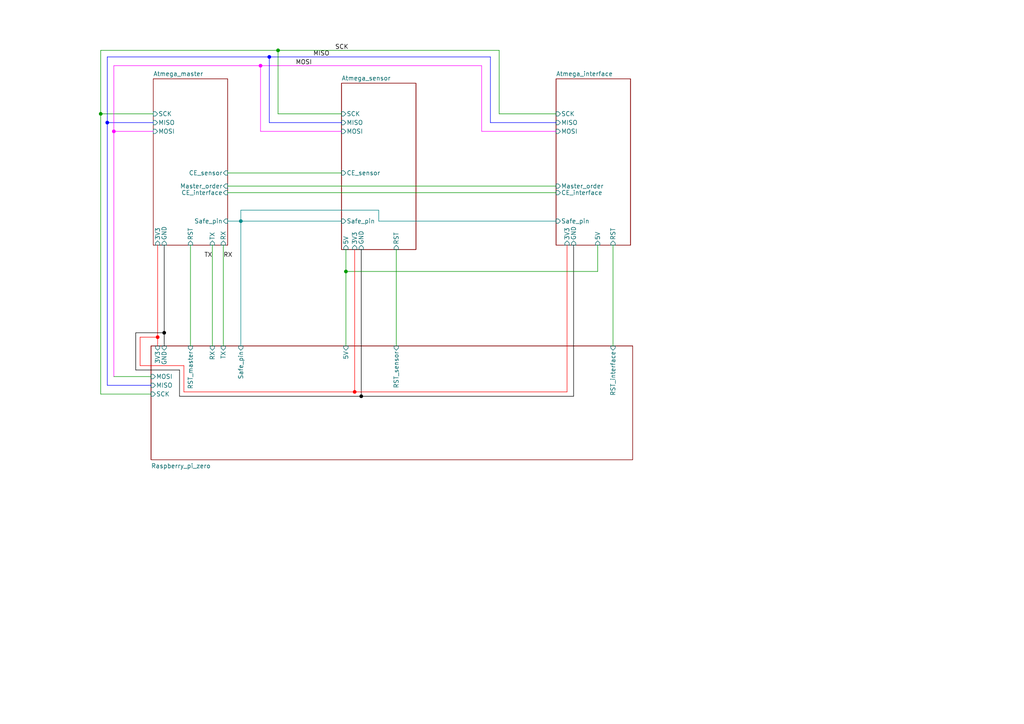
<source format=kicad_sch>
(kicad_sch (version 20230121) (generator eeschema)
  (paper "A4")
  (lib_symbols)
  (junction (at 102.87 113.665) (color 255 0 0 1))
  (junction (at 80.645 14.605))
  (junction (at 75.565 19.05) (color 255 0 255 1))
  (junction (at 45.72 97.79) (color 255 0 0 1))
  (junction (at 29.21 33.02))
  (junction (at 31.115 35.56) (color 0 0 255 1))
  (junction (at 69.85 64.135) (color 0 132 132 1))
  (junction (at 47.625 96.52) (color 0 0 0 1))
  (junction (at 100.33 78.74))
  (junction (at 78.105 16.51) (color 0 0 255 1))
  (junction (at 33.02 38.1) (color 255 0 255 1))
  (junction (at 104.775 114.935) (color 0 0 0 1))
  (wire (pts (xy 80.645 33.02) (xy 99.06 33.02)))
  (wire (pts (xy 104.775 114.935) (xy 166.37 114.935)) (stroke (width 0) (color 0 0 0 1)))
  (wire (pts (xy 40.64 97.79) (xy 40.64 106.045)) (stroke (width 0) (color 255 0 0 1)))
  (wire (pts (xy 31.115 111.76) (xy 31.115 35.56)) (stroke (width 0) (color 0 0 255 1)))
  (wire (pts (xy 69.85 100.33) (xy 69.85 64.135)) (stroke (width 0) (color 0 132 132 1)))
  (wire (pts (xy 33.02 38.1) (xy 33.02 19.05)) (stroke (width 0) (color 255 0 255 1)))
  (wire (pts (xy 29.21 14.605) (xy 80.645 14.605)))
  (wire (pts (xy 66.04 53.975) (xy 161.29 53.975)))
  (wire (pts (xy 102.87 113.665) (xy 164.465 113.665)) (stroke (width 0) (color 255 0 0 1)))
  (wire (pts (xy 29.21 114.3) (xy 43.815 114.3)))
  (wire (pts (xy 47.625 96.52) (xy 39.37 96.52)) (stroke (width 0) (color 0 0 0 1)))
  (wire (pts (xy 78.105 16.51) (xy 142.24 16.51)) (stroke (width 0) (color 0 0 255 1)))
  (wire (pts (xy 45.72 97.79) (xy 45.72 100.33)) (stroke (width 0) (color 255 0 0 1)))
  (wire (pts (xy 29.21 33.02) (xy 44.45 33.02)))
  (wire (pts (xy 66.04 50.165) (xy 99.06 50.165)))
  (wire (pts (xy 31.115 35.56) (xy 44.45 35.56)) (stroke (width 0) (color 0 0 255 1)))
  (wire (pts (xy 45.72 97.79) (xy 40.64 97.79)) (stroke (width 0) (color 255 0 0 1)))
  (wire (pts (xy 75.565 19.05) (xy 75.565 38.1)) (stroke (width 0) (color 255 0 255 1)))
  (wire (pts (xy 80.645 14.605) (xy 144.78 14.605)))
  (wire (pts (xy 144.78 14.605) (xy 144.78 33.02)))
  (wire (pts (xy 104.775 114.935) (xy 104.775 72.39)) (stroke (width 0) (color 0 0 0 1)))
  (wire (pts (xy 161.29 64.135) (xy 109.855 64.135)) (stroke (width 0) (color 0 132 132 1)))
  (wire (pts (xy 29.21 33.02) (xy 29.21 14.605)))
  (wire (pts (xy 100.33 78.74) (xy 100.33 100.33)))
  (wire (pts (xy 109.855 64.135) (xy 109.855 60.96)) (stroke (width 0) (color 0 132 132 1)))
  (wire (pts (xy 80.645 14.605) (xy 80.645 33.02)))
  (wire (pts (xy 166.37 114.935) (xy 166.37 71.12)) (stroke (width 0) (color 0 0 0 1)))
  (wire (pts (xy 78.105 35.56) (xy 99.06 35.56)) (stroke (width 0) (color 0 0 255 1)))
  (wire (pts (xy 164.465 71.12) (xy 164.465 113.665)) (stroke (width 0) (color 255 0 0 1)))
  (wire (pts (xy 114.935 72.39) (xy 114.935 100.33)))
  (wire (pts (xy 177.8 71.12) (xy 177.8 100.33)))
  (wire (pts (xy 102.87 113.665) (xy 102.87 72.39)) (stroke (width 0) (color 255 0 0 1)))
  (wire (pts (xy 142.24 16.51) (xy 142.24 35.56)) (stroke (width 0) (color 0 0 255 1)))
  (wire (pts (xy 100.33 78.74) (xy 173.355 78.74)))
  (wire (pts (xy 66.04 55.88) (xy 161.29 55.88)))
  (wire (pts (xy 31.115 16.51) (xy 78.105 16.51)) (stroke (width 0) (color 0 0 255 1)))
  (wire (pts (xy 53.34 113.665) (xy 102.87 113.665)) (stroke (width 0) (color 255 0 0 1)))
  (wire (pts (xy 69.85 64.135) (xy 66.04 64.135)) (stroke (width 0) (color 0 132 132 1)))
  (wire (pts (xy 33.02 38.1) (xy 33.02 109.22)) (stroke (width 0) (color 255 0 255 1)))
  (wire (pts (xy 47.625 96.52) (xy 47.625 100.33)) (stroke (width 0) (color 0 0 0 1)))
  (wire (pts (xy 100.33 72.39) (xy 100.33 78.74)))
  (wire (pts (xy 55.245 71.12) (xy 55.245 100.33)))
  (wire (pts (xy 39.37 107.315) (xy 52.07 107.315)) (stroke (width 0) (color 0 0 0 1)))
  (wire (pts (xy 139.7 19.05) (xy 139.7 38.1)) (stroke (width 0) (color 255 0 255 1)))
  (wire (pts (xy 31.115 35.56) (xy 31.115 16.51)) (stroke (width 0) (color 0 0 255 1)))
  (wire (pts (xy 45.72 71.12) (xy 45.72 97.79)) (stroke (width 0) (color 255 0 0 1)))
  (wire (pts (xy 75.565 19.05) (xy 139.7 19.05)) (stroke (width 0) (color 255 0 255 1)))
  (wire (pts (xy 53.34 106.045) (xy 53.34 113.665)) (stroke (width 0) (color 255 0 0 1)))
  (wire (pts (xy 40.64 106.045) (xy 53.34 106.045)) (stroke (width 0) (color 255 0 0 1)))
  (wire (pts (xy 47.625 71.12) (xy 47.625 96.52)) (stroke (width 0) (color 0 0 0 1)))
  (wire (pts (xy 142.24 35.56) (xy 161.29 35.56)) (stroke (width 0) (color 0 0 255 1)))
  (wire (pts (xy 43.815 111.76) (xy 31.115 111.76)) (stroke (width 0) (color 0 0 255 1)))
  (wire (pts (xy 29.21 33.02) (xy 29.21 114.3)))
  (wire (pts (xy 109.855 60.96) (xy 69.85 60.96)) (stroke (width 0) (color 0 132 132 1)))
  (wire (pts (xy 144.78 33.02) (xy 161.29 33.02)))
  (wire (pts (xy 139.7 38.1) (xy 161.29 38.1)) (stroke (width 0) (color 255 0 255 1)))
  (wire (pts (xy 33.02 109.22) (xy 43.815 109.22)))
  (wire (pts (xy 69.85 60.96) (xy 69.85 64.135)) (stroke (width 0) (color 0 132 132 1)))
  (wire (pts (xy 173.355 78.74) (xy 173.355 71.12)))
  (wire (pts (xy 33.02 19.05) (xy 75.565 19.05)) (stroke (width 0) (color 255 0 255 1)))
  (wire (pts (xy 69.85 64.135) (xy 99.06 64.135)) (stroke (width 0) (color 0 132 132 1)))
  (wire (pts (xy 52.07 114.935) (xy 104.775 114.935)) (stroke (width 0) (color 0 0 0 1)))
  (wire (pts (xy 78.105 16.51) (xy 78.105 35.56)) (stroke (width 0) (color 0 0 255 1)))
  (wire (pts (xy 52.07 107.315) (xy 52.07 114.935)) (stroke (width 0) (color 0 0 0 1)))
  (wire (pts (xy 39.37 96.52) (xy 39.37 107.315)) (stroke (width 0) (color 0 0 0 1)))
  (wire (pts (xy 44.45 38.1) (xy 33.02 38.1)) (stroke (width 0) (color 255 0 255 1)))
  (wire (pts (xy 75.565 38.1) (xy 99.06 38.1)) (stroke (width 0) (color 255 0 255 1)))
  (wire (pts (xy 61.595 71.12) (xy 61.595 100.33)))
  (wire (pts (xy 64.77 71.12) (xy 64.77 100.33)))
  (label "MOSI" (at 85.725 19.05 0))
  (label "SCK" (at 97.155 14.605 0))
  (label "RX" (at 64.77 74.93 0))
  (label "MISO" (at 90.805 16.51 0))
  (label "TX" (at 61.595 74.93 180))
  (sheet (at 161.29 22.86) (size 21.59 48.26) (stroke (width 0.1524))
    (property "Sheetname" "Atmega_interface" (at 161.29 22.1484 0) (effects (justify left bottom)))
    (property "Sheetfile" "Atmega_interface.kicad_sch" (effects hide))
    (pin "SCK" input (at 161.29 33.02 180))
    (pin "MOSI" input (at 161.29 38.1 180))
    (pin "MISO" input (at 161.29 35.56 180))
    (pin "CE_interface" input (at 161.29 55.88 180))
    (pin "Safe_pin" input (at 161.29 64.135 180))
    (pin "Master_order" input (at 161.29 53.975 180))
    (pin "3V3" input (at 164.465 71.12 270))
    (pin "GND" input (at 166.37 71.12 270))
    (pin "RST" input (at 177.8 71.12 270))
    (pin "5V" input (at 173.355 71.12 270))
  )
  (sheet (at 43.815 100.33) (size 139.7 33.02) (stroke (width 0.1524))
    (property "Sheetname" "Raspberry_pi_zero" (at 43.815 135.89 0) (effects (justify left bottom)))
    (property "Sheetfile" "Raspberry_pi_zero.kicad_sch" (effects hide))
    (pin "TX" input (at 64.77 100.33 90))
    (pin "RX" input (at 61.595 100.33 90))
    (pin "3V3" input (at 45.72 100.33 90))
    (pin "RST_master" input (at 55.245 100.33 90))
    (pin "5V" input (at 100.33 100.33 90))
    (pin "MOSI" input (at 43.815 109.22 180))
    (pin "MISO" input (at 43.815 111.76 180))
    (pin "SCK" input (at 43.815 114.3 180))
    (pin "GND" input (at 47.625 100.33 90))
    (pin "Safe_pin" input (at 69.85 100.33 90))
    (pin "RST_sensor" input (at 114.935 100.33 90))
    (pin "RST_interface" input (at 177.8 100.33 90))
  )
  (sheet (at 99.06 24.13) (size 21.59 48.26) (stroke (width 0.1524))
    (property "Sheetname" "Atmega_sensor" (at 99.06 23.4184 0) (effects (justify left bottom)))
    (property "Sheetfile" "Atmega_sensor.kicad_sch" (effects hide))
    (pin "SCK" input (at 99.06 33.02 180))
    (pin "MOSI" input (at 99.06 38.1 180))
    (pin "MISO" input (at 99.06 35.56 180))
    (pin "5V" input (at 100.33 72.39 270))
    (pin "Safe_pin" input (at 99.06 64.135 180))
    (pin "3V3" input (at 102.87 72.39 270))
    (pin "GND" input (at 104.775 72.39 270))
    (pin "RST" input (at 114.935 72.39 270))
    (pin "CE_sensor" input (at 99.06 50.165 180))
  )
  (sheet (at 44.45 22.86) (size 21.59 48.26) (stroke (width 0.1524))
    (property "Sheetname" "Atmega_master" (at 44.45 22.1484 0) (effects (justify left bottom)))
    (property "Sheetfile" "Atmega_master.kicad_sch" (effects hide))
    (pin "RX" input (at 64.77 71.12 270))
    (pin "TX" input (at 61.595 71.12 270))
    (pin "CE_sensor" input (at 66.04 50.165 0))
    (pin "SCK" input (at 44.45 33.02 180))
    (pin "CE_interface" input (at 66.04 55.88 0))
    (pin "Master_order" input (at 66.04 53.975 0))
    (pin "RST" input (at 55.245 71.12 270))
    (pin "MISO" input (at 44.45 35.56 180))
    (pin "MOSI" input (at 44.45 38.1 180))
    (pin "GND" input (at 47.625 71.12 270))
    (pin "Safe_pin" input (at 66.04 64.135 0))
    (pin "3V3" input (at 45.72 71.12 270))
  )
)
</source>
